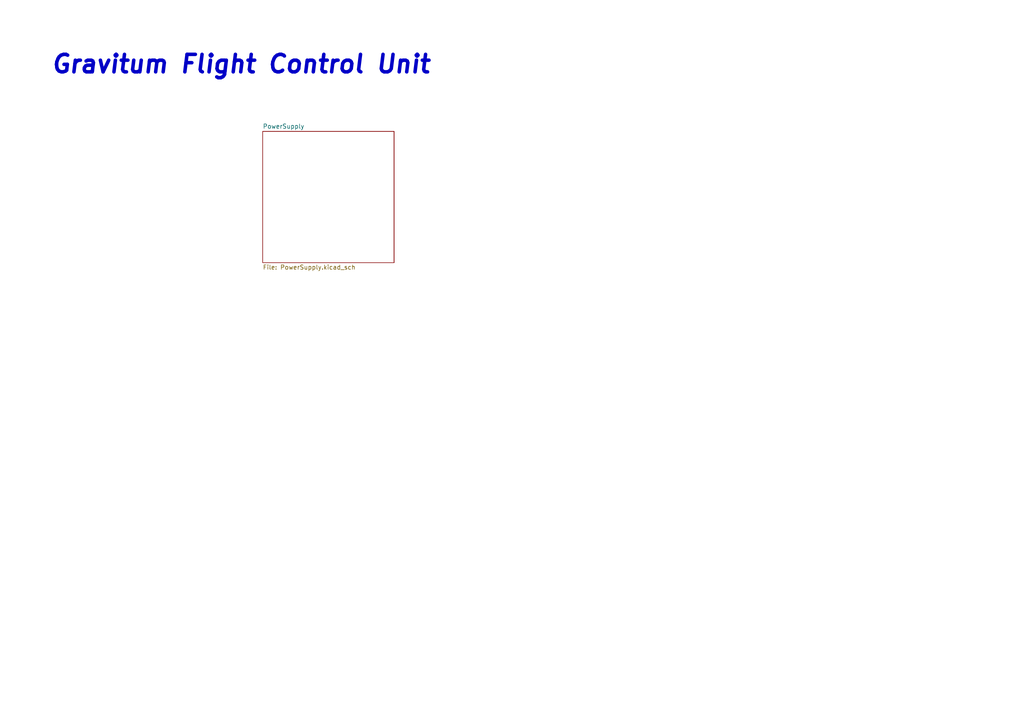
<source format=kicad_sch>
(kicad_sch
	(version 20250114)
	(generator "eeschema")
	(generator_version "9.0")
	(uuid "f6ee1712-623f-481b-a021-3080378338dc")
	(paper "A4")
	(title_block
		(title "SMT32 Serial Protocols Test")
		(date "2025-09-10")
		(rev "0.1")
		(company "Breno Soares Alves")
	)
	(lib_symbols)
	(text "Gravitum Flight Control Unit"
		(exclude_from_sim no)
		(at 69.85 18.796 0)
		(effects
			(font
				(face "KiCad Font")
				(size 5.08 5.08)
				(thickness 1.016)
				(bold yes)
				(italic yes)
			)
		)
		(uuid "8a898807-68a9-4263-ad7a-e98acb5a6003")
	)
	(sheet
		(at 76.2 38.1)
		(size 38.1 38.1)
		(exclude_from_sim no)
		(in_bom yes)
		(on_board yes)
		(dnp no)
		(fields_autoplaced yes)
		(stroke
			(width 0.1524)
			(type solid)
		)
		(fill
			(color 0 0 0 0.0000)
		)
		(uuid "8abfa846-c73c-46a5-b4ec-bc41f97f15e7")
		(property "Sheetname" "PowerSupply"
			(at 76.2 37.3884 0)
			(effects
				(font
					(size 1.27 1.27)
				)
				(justify left bottom)
			)
		)
		(property "Sheetfile" "PowerSupply.kicad_sch"
			(at 76.2 76.7846 0)
			(effects
				(font
					(size 1.27 1.27)
				)
				(justify left top)
			)
		)
		(instances
			(project "FCU"
				(path "/f6ee1712-623f-481b-a021-3080378338dc"
					(page "2")
				)
			)
		)
	)
	(sheet_instances
		(path "/"
			(page "1")
		)
	)
	(embedded_fonts no)
)

</source>
